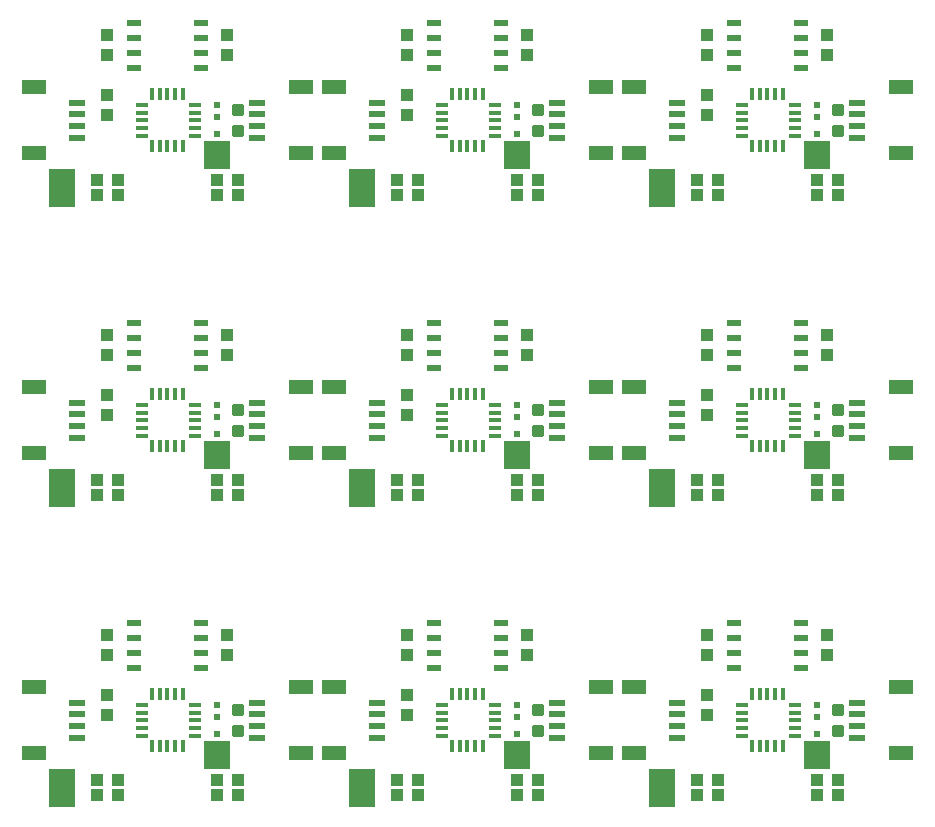
<source format=gtp>
G75*
%MOIN*%
%OFA0B0*%
%FSLAX25Y25*%
%IPPOS*%
%LPD*%
%AMOC8*
5,1,8,0,0,1.08239X$1,22.5*
%
%ADD10R,0.04331X0.03937*%
%ADD11R,0.08800X0.13000*%
%ADD12R,0.01181X0.04331*%
%ADD13R,0.04331X0.01181*%
%ADD14R,0.03937X0.04331*%
%ADD15R,0.04724X0.02362*%
%ADD16R,0.07874X0.04724*%
%ADD17R,0.05315X0.02362*%
%ADD18C,0.01181*%
%ADD19R,0.02362X0.02362*%
%ADD20R,0.08800X0.09800*%
D10*
X0028904Y0030060D03*
X0028904Y0035060D03*
X0035596Y0035060D03*
X0035596Y0030060D03*
X0068904Y0030060D03*
X0068904Y0035060D03*
X0075596Y0035060D03*
X0075596Y0030060D03*
X0128904Y0030060D03*
X0128904Y0035060D03*
X0135596Y0035060D03*
X0135596Y0030060D03*
X0168904Y0030060D03*
X0168904Y0035060D03*
X0175596Y0035060D03*
X0175596Y0030060D03*
X0228904Y0030060D03*
X0228904Y0035060D03*
X0235596Y0035060D03*
X0235596Y0030060D03*
X0268904Y0030060D03*
X0268904Y0035060D03*
X0275596Y0035060D03*
X0275596Y0030060D03*
X0275596Y0130060D03*
X0275596Y0135060D03*
X0268904Y0135060D03*
X0268904Y0130060D03*
X0235596Y0130060D03*
X0235596Y0135060D03*
X0228904Y0135060D03*
X0228904Y0130060D03*
X0175596Y0130060D03*
X0175596Y0135060D03*
X0168904Y0135060D03*
X0168904Y0130060D03*
X0135596Y0130060D03*
X0135596Y0135060D03*
X0128904Y0135060D03*
X0128904Y0130060D03*
X0075596Y0130060D03*
X0075596Y0135060D03*
X0068904Y0135060D03*
X0068904Y0130060D03*
X0035596Y0130060D03*
X0035596Y0135060D03*
X0028904Y0135060D03*
X0028904Y0130060D03*
X0028904Y0230060D03*
X0028904Y0235060D03*
X0035596Y0235060D03*
X0035596Y0230060D03*
X0068904Y0230060D03*
X0068904Y0235060D03*
X0075596Y0235060D03*
X0075596Y0230060D03*
X0128904Y0230060D03*
X0128904Y0235060D03*
X0135596Y0235060D03*
X0135596Y0230060D03*
X0168904Y0230060D03*
X0168904Y0235060D03*
X0175596Y0235060D03*
X0175596Y0230060D03*
X0228904Y0230060D03*
X0228904Y0235060D03*
X0235596Y0235060D03*
X0235596Y0230060D03*
X0268904Y0230060D03*
X0268904Y0235060D03*
X0275596Y0235060D03*
X0275596Y0230060D03*
D11*
X0217250Y0232560D03*
X0217250Y0132560D03*
X0217250Y0032560D03*
X0117250Y0032560D03*
X0117250Y0132560D03*
X0117250Y0232560D03*
X0017250Y0232560D03*
X0017250Y0132560D03*
X0017250Y0032560D03*
D12*
X0047132Y0046399D03*
X0049691Y0046399D03*
X0052250Y0046399D03*
X0054809Y0046399D03*
X0057368Y0046399D03*
X0057368Y0063721D03*
X0054809Y0063721D03*
X0052250Y0063721D03*
X0049691Y0063721D03*
X0047132Y0063721D03*
X0047132Y0146399D03*
X0049691Y0146399D03*
X0052250Y0146399D03*
X0054809Y0146399D03*
X0057368Y0146399D03*
X0057368Y0163721D03*
X0054809Y0163721D03*
X0052250Y0163721D03*
X0049691Y0163721D03*
X0047132Y0163721D03*
X0047132Y0246399D03*
X0049691Y0246399D03*
X0052250Y0246399D03*
X0054809Y0246399D03*
X0057368Y0246399D03*
X0057368Y0263721D03*
X0054809Y0263721D03*
X0052250Y0263721D03*
X0049691Y0263721D03*
X0047132Y0263721D03*
X0147132Y0263721D03*
X0149691Y0263721D03*
X0152250Y0263721D03*
X0154809Y0263721D03*
X0157368Y0263721D03*
X0157368Y0246399D03*
X0154809Y0246399D03*
X0152250Y0246399D03*
X0149691Y0246399D03*
X0147132Y0246399D03*
X0147132Y0163721D03*
X0149691Y0163721D03*
X0152250Y0163721D03*
X0154809Y0163721D03*
X0157368Y0163721D03*
X0157368Y0146399D03*
X0154809Y0146399D03*
X0152250Y0146399D03*
X0149691Y0146399D03*
X0147132Y0146399D03*
X0147132Y0063721D03*
X0149691Y0063721D03*
X0152250Y0063721D03*
X0154809Y0063721D03*
X0157368Y0063721D03*
X0157368Y0046399D03*
X0154809Y0046399D03*
X0152250Y0046399D03*
X0149691Y0046399D03*
X0147132Y0046399D03*
X0247132Y0046399D03*
X0249691Y0046399D03*
X0252250Y0046399D03*
X0254809Y0046399D03*
X0257368Y0046399D03*
X0257368Y0063721D03*
X0254809Y0063721D03*
X0252250Y0063721D03*
X0249691Y0063721D03*
X0247132Y0063721D03*
X0247132Y0146399D03*
X0249691Y0146399D03*
X0252250Y0146399D03*
X0254809Y0146399D03*
X0257368Y0146399D03*
X0257368Y0163721D03*
X0254809Y0163721D03*
X0252250Y0163721D03*
X0249691Y0163721D03*
X0247132Y0163721D03*
X0247132Y0246399D03*
X0249691Y0246399D03*
X0252250Y0246399D03*
X0254809Y0246399D03*
X0257368Y0246399D03*
X0257368Y0263721D03*
X0254809Y0263721D03*
X0252250Y0263721D03*
X0249691Y0263721D03*
X0247132Y0263721D03*
D13*
X0243589Y0260178D03*
X0243589Y0257619D03*
X0243589Y0255060D03*
X0243589Y0252501D03*
X0243589Y0249942D03*
X0261305Y0249942D03*
X0261305Y0252501D03*
X0261305Y0255060D03*
X0261305Y0257619D03*
X0261305Y0260178D03*
X0261305Y0160178D03*
X0261305Y0157619D03*
X0261305Y0155060D03*
X0261305Y0152501D03*
X0261305Y0149942D03*
X0243589Y0149942D03*
X0243589Y0152501D03*
X0243589Y0155060D03*
X0243589Y0157619D03*
X0243589Y0160178D03*
X0161305Y0160178D03*
X0161305Y0157619D03*
X0161305Y0155060D03*
X0161305Y0152501D03*
X0161305Y0149942D03*
X0143589Y0149942D03*
X0143589Y0152501D03*
X0143589Y0155060D03*
X0143589Y0157619D03*
X0143589Y0160178D03*
X0061305Y0160178D03*
X0061305Y0157619D03*
X0061305Y0155060D03*
X0061305Y0152501D03*
X0061305Y0149942D03*
X0043589Y0149942D03*
X0043589Y0152501D03*
X0043589Y0155060D03*
X0043589Y0157619D03*
X0043589Y0160178D03*
X0043589Y0249942D03*
X0043589Y0252501D03*
X0043589Y0255060D03*
X0043589Y0257619D03*
X0043589Y0260178D03*
X0061305Y0260178D03*
X0061305Y0257619D03*
X0061305Y0255060D03*
X0061305Y0252501D03*
X0061305Y0249942D03*
X0143589Y0249942D03*
X0143589Y0252501D03*
X0143589Y0255060D03*
X0143589Y0257619D03*
X0143589Y0260178D03*
X0161305Y0260178D03*
X0161305Y0257619D03*
X0161305Y0255060D03*
X0161305Y0252501D03*
X0161305Y0249942D03*
X0161305Y0060178D03*
X0161305Y0057619D03*
X0161305Y0055060D03*
X0161305Y0052501D03*
X0161305Y0049942D03*
X0143589Y0049942D03*
X0143589Y0052501D03*
X0143589Y0055060D03*
X0143589Y0057619D03*
X0143589Y0060178D03*
X0061305Y0060178D03*
X0061305Y0057619D03*
X0061305Y0055060D03*
X0061305Y0052501D03*
X0061305Y0049942D03*
X0043589Y0049942D03*
X0043589Y0052501D03*
X0043589Y0055060D03*
X0043589Y0057619D03*
X0043589Y0060178D03*
X0243589Y0060178D03*
X0243589Y0057619D03*
X0243589Y0055060D03*
X0243589Y0052501D03*
X0243589Y0049942D03*
X0261305Y0049942D03*
X0261305Y0052501D03*
X0261305Y0055060D03*
X0261305Y0057619D03*
X0261305Y0060178D03*
D14*
X0272250Y0076714D03*
X0272250Y0083406D03*
X0232250Y0083406D03*
X0232250Y0076714D03*
X0232250Y0063406D03*
X0232250Y0056714D03*
X0172250Y0076714D03*
X0172250Y0083406D03*
X0132250Y0083406D03*
X0132250Y0076714D03*
X0132250Y0063406D03*
X0132250Y0056714D03*
X0072250Y0076714D03*
X0072250Y0083406D03*
X0032250Y0083406D03*
X0032250Y0076714D03*
X0032250Y0063406D03*
X0032250Y0056714D03*
X0032250Y0156714D03*
X0032250Y0163406D03*
X0032250Y0176714D03*
X0032250Y0183406D03*
X0072250Y0183406D03*
X0072250Y0176714D03*
X0132250Y0176714D03*
X0132250Y0183406D03*
X0132250Y0163406D03*
X0132250Y0156714D03*
X0172250Y0176714D03*
X0172250Y0183406D03*
X0232250Y0183406D03*
X0232250Y0176714D03*
X0232250Y0163406D03*
X0232250Y0156714D03*
X0272250Y0176714D03*
X0272250Y0183406D03*
X0232250Y0256714D03*
X0232250Y0263406D03*
X0232250Y0276714D03*
X0232250Y0283406D03*
X0272250Y0283406D03*
X0272250Y0276714D03*
X0172250Y0276714D03*
X0172250Y0283406D03*
X0132250Y0283406D03*
X0132250Y0276714D03*
X0132250Y0263406D03*
X0132250Y0256714D03*
X0072250Y0276714D03*
X0072250Y0283406D03*
X0032250Y0283406D03*
X0032250Y0276714D03*
X0032250Y0263406D03*
X0032250Y0256714D03*
D15*
X0041226Y0272560D03*
X0041226Y0277560D03*
X0041226Y0282560D03*
X0041226Y0287560D03*
X0063274Y0287560D03*
X0063274Y0282560D03*
X0063274Y0277560D03*
X0063274Y0272560D03*
X0141226Y0272560D03*
X0141226Y0277560D03*
X0141226Y0282560D03*
X0141226Y0287560D03*
X0163274Y0287560D03*
X0163274Y0282560D03*
X0163274Y0277560D03*
X0163274Y0272560D03*
X0241226Y0272560D03*
X0241226Y0277560D03*
X0241226Y0282560D03*
X0241226Y0287560D03*
X0263274Y0287560D03*
X0263274Y0282560D03*
X0263274Y0277560D03*
X0263274Y0272560D03*
X0263274Y0187560D03*
X0263274Y0182560D03*
X0263274Y0177560D03*
X0263274Y0172560D03*
X0241226Y0172560D03*
X0241226Y0177560D03*
X0241226Y0182560D03*
X0241226Y0187560D03*
X0163274Y0187560D03*
X0163274Y0182560D03*
X0163274Y0177560D03*
X0163274Y0172560D03*
X0141226Y0172560D03*
X0141226Y0177560D03*
X0141226Y0182560D03*
X0141226Y0187560D03*
X0063274Y0187560D03*
X0063274Y0182560D03*
X0063274Y0177560D03*
X0063274Y0172560D03*
X0041226Y0172560D03*
X0041226Y0177560D03*
X0041226Y0182560D03*
X0041226Y0187560D03*
X0041226Y0087560D03*
X0041226Y0082560D03*
X0041226Y0077560D03*
X0041226Y0072560D03*
X0063274Y0072560D03*
X0063274Y0077560D03*
X0063274Y0082560D03*
X0063274Y0087560D03*
X0141226Y0087560D03*
X0141226Y0082560D03*
X0141226Y0077560D03*
X0141226Y0072560D03*
X0163274Y0072560D03*
X0163274Y0077560D03*
X0163274Y0082560D03*
X0163274Y0087560D03*
X0241226Y0087560D03*
X0241226Y0082560D03*
X0241226Y0077560D03*
X0241226Y0072560D03*
X0263274Y0072560D03*
X0263274Y0077560D03*
X0263274Y0082560D03*
X0263274Y0087560D03*
D16*
X0296719Y0066084D03*
X0296719Y0044036D03*
X0207781Y0044036D03*
X0196719Y0044036D03*
X0196719Y0066084D03*
X0207781Y0066084D03*
X0207781Y0144036D03*
X0196719Y0144036D03*
X0196719Y0166084D03*
X0207781Y0166084D03*
X0207781Y0244036D03*
X0196719Y0244036D03*
X0196719Y0266084D03*
X0207781Y0266084D03*
X0296719Y0266084D03*
X0296719Y0244036D03*
X0296719Y0166084D03*
X0296719Y0144036D03*
X0107781Y0144036D03*
X0096719Y0144036D03*
X0096719Y0166084D03*
X0107781Y0166084D03*
X0107781Y0244036D03*
X0096719Y0244036D03*
X0096719Y0266084D03*
X0107781Y0266084D03*
X0007781Y0266084D03*
X0007781Y0244036D03*
X0007781Y0166084D03*
X0007781Y0144036D03*
X0007781Y0066084D03*
X0007781Y0044036D03*
X0096719Y0044036D03*
X0107781Y0044036D03*
X0107781Y0066084D03*
X0096719Y0066084D03*
D17*
X0082250Y0060966D03*
X0082250Y0057028D03*
X0082250Y0053091D03*
X0082250Y0049154D03*
X0122250Y0049154D03*
X0122250Y0053091D03*
X0122250Y0057028D03*
X0122250Y0060966D03*
X0182250Y0060966D03*
X0182250Y0057028D03*
X0182250Y0053091D03*
X0182250Y0049154D03*
X0222250Y0049154D03*
X0222250Y0053091D03*
X0222250Y0057028D03*
X0222250Y0060966D03*
X0282250Y0060966D03*
X0282250Y0057028D03*
X0282250Y0053091D03*
X0282250Y0049154D03*
X0282250Y0149154D03*
X0282250Y0153091D03*
X0282250Y0157028D03*
X0282250Y0160966D03*
X0222250Y0160966D03*
X0222250Y0157028D03*
X0222250Y0153091D03*
X0222250Y0149154D03*
X0182250Y0149154D03*
X0182250Y0153091D03*
X0182250Y0157028D03*
X0182250Y0160966D03*
X0122250Y0160966D03*
X0122250Y0157028D03*
X0122250Y0153091D03*
X0122250Y0149154D03*
X0082250Y0149154D03*
X0082250Y0153091D03*
X0082250Y0157028D03*
X0082250Y0160966D03*
X0022250Y0160966D03*
X0022250Y0157028D03*
X0022250Y0153091D03*
X0022250Y0149154D03*
X0022250Y0060966D03*
X0022250Y0057028D03*
X0022250Y0053091D03*
X0022250Y0049154D03*
X0022250Y0249154D03*
X0022250Y0253091D03*
X0022250Y0257028D03*
X0022250Y0260966D03*
X0082250Y0260966D03*
X0082250Y0257028D03*
X0082250Y0253091D03*
X0082250Y0249154D03*
X0122250Y0249154D03*
X0122250Y0253091D03*
X0122250Y0257028D03*
X0122250Y0260966D03*
X0182250Y0260966D03*
X0182250Y0257028D03*
X0182250Y0253091D03*
X0182250Y0249154D03*
X0222250Y0249154D03*
X0222250Y0253091D03*
X0222250Y0257028D03*
X0222250Y0260966D03*
X0282250Y0260966D03*
X0282250Y0257028D03*
X0282250Y0253091D03*
X0282250Y0249154D03*
D18*
X0277128Y0250229D02*
X0274372Y0250229D01*
X0274372Y0252985D01*
X0277128Y0252985D01*
X0277128Y0250229D01*
X0277128Y0251409D02*
X0274372Y0251409D01*
X0274372Y0252589D02*
X0277128Y0252589D01*
X0277128Y0257135D02*
X0274372Y0257135D01*
X0274372Y0259891D01*
X0277128Y0259891D01*
X0277128Y0257135D01*
X0277128Y0258315D02*
X0274372Y0258315D01*
X0274372Y0259495D02*
X0277128Y0259495D01*
X0277128Y0157135D02*
X0274372Y0157135D01*
X0274372Y0159891D01*
X0277128Y0159891D01*
X0277128Y0157135D01*
X0277128Y0158315D02*
X0274372Y0158315D01*
X0274372Y0159495D02*
X0277128Y0159495D01*
X0277128Y0150229D02*
X0274372Y0150229D01*
X0274372Y0152985D01*
X0277128Y0152985D01*
X0277128Y0150229D01*
X0277128Y0151409D02*
X0274372Y0151409D01*
X0274372Y0152589D02*
X0277128Y0152589D01*
X0277128Y0057135D02*
X0274372Y0057135D01*
X0274372Y0059891D01*
X0277128Y0059891D01*
X0277128Y0057135D01*
X0277128Y0058315D02*
X0274372Y0058315D01*
X0274372Y0059495D02*
X0277128Y0059495D01*
X0277128Y0050229D02*
X0274372Y0050229D01*
X0274372Y0052985D01*
X0277128Y0052985D01*
X0277128Y0050229D01*
X0277128Y0051409D02*
X0274372Y0051409D01*
X0274372Y0052589D02*
X0277128Y0052589D01*
X0177128Y0050229D02*
X0174372Y0050229D01*
X0174372Y0052985D01*
X0177128Y0052985D01*
X0177128Y0050229D01*
X0177128Y0051409D02*
X0174372Y0051409D01*
X0174372Y0052589D02*
X0177128Y0052589D01*
X0177128Y0057135D02*
X0174372Y0057135D01*
X0174372Y0059891D01*
X0177128Y0059891D01*
X0177128Y0057135D01*
X0177128Y0058315D02*
X0174372Y0058315D01*
X0174372Y0059495D02*
X0177128Y0059495D01*
X0177128Y0150229D02*
X0174372Y0150229D01*
X0174372Y0152985D01*
X0177128Y0152985D01*
X0177128Y0150229D01*
X0177128Y0151409D02*
X0174372Y0151409D01*
X0174372Y0152589D02*
X0177128Y0152589D01*
X0177128Y0157135D02*
X0174372Y0157135D01*
X0174372Y0159891D01*
X0177128Y0159891D01*
X0177128Y0157135D01*
X0177128Y0158315D02*
X0174372Y0158315D01*
X0174372Y0159495D02*
X0177128Y0159495D01*
X0177128Y0250229D02*
X0174372Y0250229D01*
X0174372Y0252985D01*
X0177128Y0252985D01*
X0177128Y0250229D01*
X0177128Y0251409D02*
X0174372Y0251409D01*
X0174372Y0252589D02*
X0177128Y0252589D01*
X0177128Y0257135D02*
X0174372Y0257135D01*
X0174372Y0259891D01*
X0177128Y0259891D01*
X0177128Y0257135D01*
X0177128Y0258315D02*
X0174372Y0258315D01*
X0174372Y0259495D02*
X0177128Y0259495D01*
X0077128Y0257135D02*
X0074372Y0257135D01*
X0074372Y0259891D01*
X0077128Y0259891D01*
X0077128Y0257135D01*
X0077128Y0258315D02*
X0074372Y0258315D01*
X0074372Y0259495D02*
X0077128Y0259495D01*
X0077128Y0250229D02*
X0074372Y0250229D01*
X0074372Y0252985D01*
X0077128Y0252985D01*
X0077128Y0250229D01*
X0077128Y0251409D02*
X0074372Y0251409D01*
X0074372Y0252589D02*
X0077128Y0252589D01*
X0077128Y0157135D02*
X0074372Y0157135D01*
X0074372Y0159891D01*
X0077128Y0159891D01*
X0077128Y0157135D01*
X0077128Y0158315D02*
X0074372Y0158315D01*
X0074372Y0159495D02*
X0077128Y0159495D01*
X0077128Y0150229D02*
X0074372Y0150229D01*
X0074372Y0152985D01*
X0077128Y0152985D01*
X0077128Y0150229D01*
X0077128Y0151409D02*
X0074372Y0151409D01*
X0074372Y0152589D02*
X0077128Y0152589D01*
X0077128Y0057135D02*
X0074372Y0057135D01*
X0074372Y0059891D01*
X0077128Y0059891D01*
X0077128Y0057135D01*
X0077128Y0058315D02*
X0074372Y0058315D01*
X0074372Y0059495D02*
X0077128Y0059495D01*
X0077128Y0050229D02*
X0074372Y0050229D01*
X0074372Y0052985D01*
X0077128Y0052985D01*
X0077128Y0050229D01*
X0077128Y0051409D02*
X0074372Y0051409D01*
X0074372Y0052589D02*
X0077128Y0052589D01*
D19*
X0068750Y0050336D03*
X0068750Y0056241D03*
X0068750Y0060178D03*
X0068750Y0150336D03*
X0068750Y0156241D03*
X0068750Y0160178D03*
X0068750Y0250336D03*
X0068750Y0256241D03*
X0068750Y0260178D03*
X0168750Y0260178D03*
X0168750Y0256241D03*
X0168750Y0250336D03*
X0168750Y0160178D03*
X0168750Y0156241D03*
X0168750Y0150336D03*
X0168750Y0060178D03*
X0168750Y0056241D03*
X0168750Y0050336D03*
X0268750Y0050336D03*
X0268750Y0056241D03*
X0268750Y0060178D03*
X0268750Y0150336D03*
X0268750Y0156241D03*
X0268750Y0160178D03*
X0268750Y0250336D03*
X0268750Y0256241D03*
X0268750Y0260178D03*
D20*
X0268750Y0243560D03*
X0268750Y0143560D03*
X0168750Y0143560D03*
X0168750Y0243560D03*
X0068750Y0243560D03*
X0068750Y0143560D03*
X0068750Y0043560D03*
X0168750Y0043560D03*
X0268750Y0043560D03*
M02*

</source>
